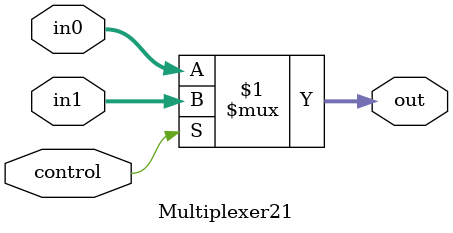
<source format=v>
module Multiplexer21 (
    input control,      // jal || alusrc1 || alusrc2
    input [31:0] in0,   // 三路选择器的输出 || B_data || A_data
    input [31:0] in1,   // currentAddress_4 || immExt || currentAddress
    output [31:0] out

);
    assign out = control ? in1 : in0;
endmodule
</source>
